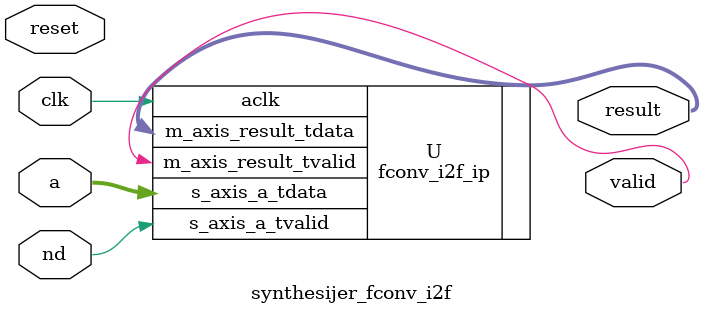
<source format=v>
`default_nettype none

module synthesijer_fconv_i2f
  (
   input wire 		    clk,
   input wire 		    reset,
   input wire signed [31:0] a,
   input wire 		    nd,
   output wire [31:0] 	    result,
   output wire 		    valid
   );

   fconv_i2f_ip U(.aclk(clk),
		  .s_axis_a_tdata(a),
		  .s_axis_a_tvalid(nd),
		  .m_axis_result_tvalid(valid),
		  .m_axis_result_tdata(result)
		  );

endmodule // synthesijer_fconv_i2f

`default_nettype wire

</source>
